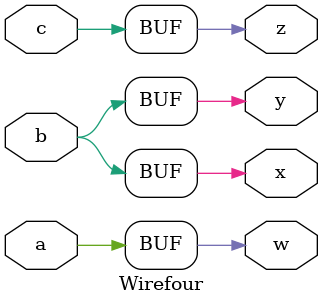
<source format=v>
module Wirefour( 
    input a,b,c,
    output w,x,y,z );
    assign w=a;
    assign x=b;
    assign y=b;
    assign z=c;

endmodule

</source>
